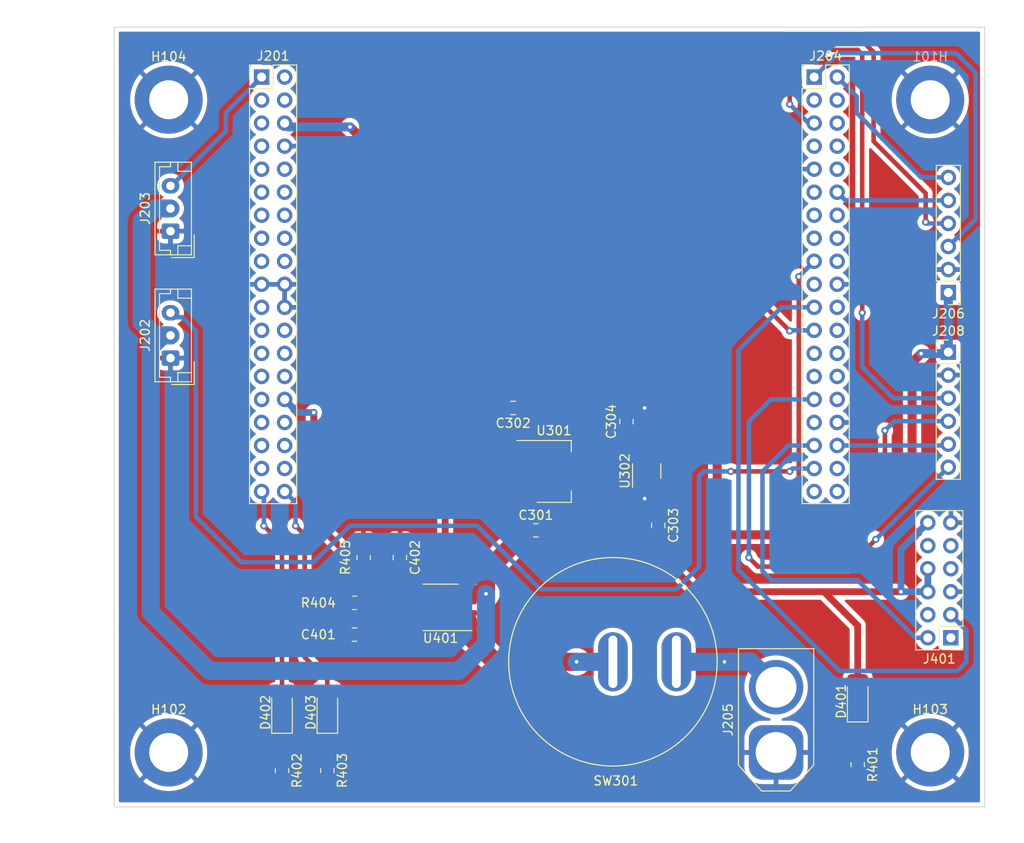
<source format=kicad_pcb>
(kicad_pcb (version 20211014) (generator pcbnew)
  (layers (0 "F.Cu" signal) (31 "B.Cu" signal) (34 "B.Paste" user) (35 "F.Paste" user) (36 "B.SilkS" user "B.Silkscreen") (37 "F.SilkS" user "F.Silkscreen") (38 "B.Mask" user) (39 "F.Mask" user) (44 "Edge.Cuts" user))
  (net 0 "")
  (net 1 "+12V")
  (net 2 "GND")
  (net 3 "+5V")
  (net 4 "+3.3V")
  (net 5 "Net-(C402-Pad2)")
  (net 6 "Net-(D401-Pad1)")
  (net 7 "Net-(D402-Pad1)")
  (net 8 "/CONNECTORS/LED2")
  (net 9 "Net-(D403-Pad1)")
  (net 10 "/CONNECTORS/LED1")
  (net 11 "/CONNECTORS/PA3")
  (net 12 "/CONNECTORS/PC11")
  (net 13 "/CONNECTORS/PC12")
  (net 14 "/CONNECTORS/PD2")
  (net 15 "/CONNECTORS/VDD")
  (net 16 "/CONNECTORS/BOOT0")
  (net 20 "/CONNECTORS/IOREF")
  (net 21 "/CONNECTORS/PA13")
  (net 22 "/CONNECTORS/RESET")
  (net 23 "/CONNECTORS/PA14")
  (net 24 "/CONNECTORS/PA15")
  (net 26 "/CONNECTORS/TOF1_SDA")
  (net 27 "/CONNECTORS/PC13")
  (net 28 "/CONNECTORS/VIN")
  (net 29 "/CONNECTORS/PC14")
  (net 31 "/CONNECTORS/PC15")
  (net 32 "/CONNECTORS/PA0")
  (net 33 "/CONNECTORS/PH0")
  (net 34 "/CONNECTORS/CURRENT_MEASURE")
  (net 35 "/CONNECTORS/PH1")
  (net 36 "/CONNECTORS/PA4")
  (net 37 "/CONNECTORS/VBAT")
  (net 38 "/CONNECTORS/PB0")
  (net 39 "/CONNECTORS/PC2")
  (net 40 "/CONNECTORS/PC1")
  (net 41 "/CONNECTORS/USART_HD_ARM")
  (net 42 "/CONNECTORS/USART_HD_BASE")
  (net 43 "/CONNECTORS/TOF2_SDA")
  (net 44 "/CONNECTORS/TOF2_DATA_READY")
  (net 45 "/CONNECTORS/PB8")
  (net 46 "/CONNECTORS/PC6")
  (net 47 "/CONNECTORS/PC5")
  (net 48 "/CONNECTORS/AVDD")
  (net 49 "/CONNECTORS/U5V")
  (net 51 "/CONNECTORS/PA5")
  (net 52 "/CONNECTORS/PA6")
  (net 53 "/CONNECTORS/PA11")
  (net 54 "/CONNECTORS/PA7")
  (net 55 "/CONNECTORS/PB12")
  (net 56 "/CONNECTORS/TOF1_SCL")
  (net 58 "/CONNECTORS/TOF2_XSHUT")
  (net 59 "/CONNECTORS/Bluetooth_TX")
  (net 60 "/CONNECTORS/PB2")
  (net 61 "/CONNECTORS/TOF2_SCL")
  (net 62 "/CONNECTORS/PB1")
  (net 63 "/CONNECTORS/PB15")
  (net 64 "/CONNECTORS/TOF1_XSHUT")
  (net 65 "/CONNECTORS/TOF1_DATA_READY")
  (net 66 "/CONNECTORS/PB3")
  (net 67 "/CONNECTORS/Bluetooth_RX")
  (net 71 "/CONNECTORS/BATT")
  (net 72 "/CONNECTORS/RTS")
  (net 73 "/CONNECTORS/CTS")
  (net 74 "/CONNECTORS/P1_2")
  (net 75 "/CONNECTORS/BT_3.3V")
  (net 76 "/CONNECTORS/MODE")
  (net 77 "/CONNECTORS/P1_6")
  (net 78 "Net-(R404-Pad1)")
  (net 79 "/ON_BOARD_COMPONENTS/IP+")
  (footprint "Connector_PinHeader_2.54mm:PinHeader_2x19_P2.54mm_Vertical" (layer "F.Cu") (at 179.2 57.5)
    (fp_text reference "J204" (at 1.27 -2.33) (layer "F.SilkS"))
    (fp_text value "Conn_02x19_Odd_Even")
    (pad "1" thru_hole rect locked (at 0 0) (size 1.7 1.7) (drill 1) (layers *.Cu *.Mask) (net 43 "/CONNECTORS/TOF2_SDA"))
    (pad "2" thru_hole oval locked (at 2.54 0) (size 1.7 1.7) (drill 1) (layers *.Cu *.Mask) (net 44 "/CONNECTORS/TOF2_DATA_READY"))
    (pad "3" thru_hole oval locked (at 0 2.54) (size 1.7 1.7) (drill 1) (layers *.Cu *.Mask) (net 45 "/CONNECTORS/PB8"))
    (pad "4" thru_hole oval locked (at 2.54 2.54) (size 1.7 1.7) (drill 1) (layers *.Cu *.Mask) (net 46 "/CONNECTORS/PC6"))
    (pad "5" thru_hole oval locked (at 0 5.08) (size 1.7 1.7) (drill 1) (layers *.Cu *.Mask) (net 26 "/CONNECTORS/TOF1_SDA"))
    (pad "6" thru_hole oval locked (at 2.54 5.08) (size 1.7 1.7) (drill 1) (layers *.Cu *.Mask) (net 47 "/CONNECTORS/PC5"))
    (pad "7" thru_hole oval locked (at 0 7.62) (size 1.7 1.7) (drill 1) (layers *.Cu *.Mask) (net 48 "/CONNECTORS/AVDD"))
    (pad "8" thru_hole oval locked (at 2.54 7.62) (size 1.7 1.7) (drill 1) (layers *.Cu *.Mask) (net 49 "/CONNECTORS/U5V"))
    (pad "9" thru_hole oval locked (at 0 10.16) (size 1.7 1.7) (drill 1) (layers *.Cu *.Mask) (net 2 "GND"))
    (pad "10" thru_hole oval locked (at 2.54 10.16) (size 1.7 1.7) (drill 1) (layers *.Cu *.Mask))
    (pad "11" thru_hole oval locked (at 0 12.7) (size 1.7 1.7) (drill 1) (layers *.Cu *.Mask) (net 51 "/CONNECTORS/PA5"))
    (pad "12" thru_hole oval locked (at 2.54 12.7) (size 1.7 1.7) (drill 1) (layers *.Cu *.Mask) (net 58 "/CONNECTORS/TOF2_XSHUT"))
    (pad "13" thru_hole oval locked (at 0 15.24) (size 1.7 1.7) (drill 1) (layers *.Cu *.Mask) (net 52 "/CONNECTORS/PA6"))
    (pad "14" thru_hole oval locked (at 2.54 15.24) (size 1.7 1.7) (drill 1) (layers *.Cu *.Mask) (net 53 "/CONNECTORS/PA11"))
    (pad "15" thru_hole oval locked (at 0 17.78) (size 1.7 1.7) (drill 1) (layers *.Cu *.Mask) (net 54 "/CONNECTORS/PA7"))
    (pad "16" thru_hole oval locked (at 2.54 17.78) (size 1.7 1.7) (drill 1) (layers *.Cu *.Mask) (net 55 "/CONNECTORS/PB12"))
    (pad "17" thru_hole oval locked (at 0 20.32) (size 1.7 1.7) (drill 1) (layers *.Cu *.Mask) (net 56 "/CONNECTORS/TOF1_SCL"))
    (pad "18" thru_hole oval locked (at 2.54 20.32) (size 1.7 1.7) (drill 1) (layers *.Cu *.Mask))
    (pad "19" thru_hole oval locked (at 0 22.86) (size 1.7 1.7) (drill 1) (layers *.Cu *.Mask))
    (pad "20" thru_hole oval locked (at 2.54 22.86) (size 1.7 1.7) (drill 1) (layers *.Cu *.Mask) (net 2 "GND"))
    (pad "21" thru_hole oval locked (at 0 25.4) (size 1.7 1.7) (drill 1) (layers *.Cu *.Mask) (net 59 "/CONNECTORS/Bluetooth_TX"))
    (pad "22" thru_hole oval locked (at 2.54 25.4) (size 1.7 1.7) (drill 1) (layers *.Cu *.Mask) (net 60 "/CONNECTORS/PB2"))
    (pad "23" thru_hole oval locked (at 0 27.94) (size 1.7 1.7) (drill 1) (layers *.Cu *.Mask) (net 61 "/CONNECTORS/TOF2_SCL"))
    (pad "24" thru_hole oval locked (at 2.54 27.94) (size 1.7 1.7) (drill 1) (layers *.Cu *.Mask) (net 62 "/CONNECTORS/PB1"))
    (pad "25" thru_hole oval locked (at 0 30.48) (size 1.7 1.7) (drill 1) (layers *.Cu *.Mask))
    (pad "26" thru_hole oval locked (at 2.54 30.48) (size 1.7 1.7) (drill 1) (layers *.Cu *.Mask) (net 63 "/CONNECTORS/PB15"))
    (pad "27" thru_hole oval locked (at 0 33.02) (size 1.7 1.7) (drill 1) (layers *.Cu *.Mask))
    (pad "28" thru_hole oval locked (at 2.54 33.02) (size 1.7 1.7) (drill 1) (layers *.Cu *.Mask))
    (pad "29" thru_hole oval locked (at 0 35.56) (size 1.7 1.7) (drill 1) (layers *.Cu *.Mask) (net 65 "/CONNECTORS/TOF1_DATA_READY"))
    (pad "30" thru_hole oval locked (at 2.54 35.56) (size 1.7 1.7) (drill 1) (layers *.Cu *.Mask))
    (pad "31" thru_hole oval locked (at 0 38.1) (size 1.7 1.7) (drill 1) (layers *.Cu *.Mask) (net 66 "/CONNECTORS/PB3"))
    (pad "32" thru_hole oval locked (at 2.54 38.1) (size 1.7 1.7) (drill 1) (layers *.Cu *.Mask) (net 2 "GND"))
    (pad "33" thru_hole oval locked (at 0 40.64) (size 1.7 1.7) (drill 1) (layers *.Cu *.Mask) (net 67 "/CONNECTORS/Bluetooth_RX"))
    (pad "34" thru_hole oval locked (at 2.54 40.64) (size 1.7 1.7) (drill 1) (layers *.Cu *.Mask) (net 64 "/CONNECTORS/TOF1_XSHUT"))
    (pad "35" thru_hole oval locked (at 0 43.18) (size 1.7 1.7) (drill 1) (layers *.Cu *.Mask) (net 41 "/CONNECTORS/USART_HD_ARM"))
    (pad "36" thru_hole oval locked (at 2.54 43.18) (size 1.7 1.7) (drill 1) (layers *.Cu *.Mask))
    (pad "37" thru_hole oval locked (at 0 45.72) (size 1.7 1.7) (drill 1) (layers *.Cu *.Mask) (net 11 "/CONNECTORS/PA3"))
    (pad "38" thru_hole oval locked (at 2.54 45.72) (size 1.7 1.7) (drill 1) (layers *.Cu *.Mask))
  )
  (footprint "Capacitor_SMD:C_0805_2012Metric" (layer "F.Cu") (at 133.5 110.5 -90)
    (fp_text reference "C402" (at 0 -1.68 90) (layer "F.SilkS"))
    (fp_text value "1nF" hide)
    (pad "1" smd roundrect (at -1.425 -0.025 270) (size 1.95 2.05) (layers "F.Cu" "F.Paste" "F.Mask") (net 2 "GND"))
    (pad "2" smd roundrect (at 1.425 -0.05 270) (size 1.95 2.1) (layers "F.Cu" "F.Paste" "F.Mask") (net 5 "Net-(C402-Pad2)"))
  )
  (footprint "Connector_PinHeader_2.54mm:PinHeader_2x06_P2.54mm_Vertical" (layer "F.Cu") (at 194.275 119.35 180)
    (fp_text reference "J401" (at 1.27 -2.33) (layer "F.SilkS"))
    (fp_text value "Conn_02x06_Top_Bottom")
    (pad "1" thru_hole rect (at 0 0 180) (size 1.7 1.7) (drill 1) (layers *.Cu *.Mask) (net 72 "/CONNECTORS/RTS"))
    (pad "2" thru_hole oval (at 2.54 0 180) (size 1.7 1.7) (drill 1) (layers *.Cu *.Mask) (net 67 "/CONNECTORS/Bluetooth_RX"))
    (pad "3" thru_hole oval (at 0 2.54 180) (size 1.7 1.7) (drill 1) (layers *.Cu *.Mask) (net 59 "/CONNECTORS/Bluetooth_TX"))
    (pad "4" thru_hole oval (at 2.54 2.54 180) (size 1.7 1.7) (drill 1) (layers *.Cu *.Mask) (net 73 "/CONNECTORS/CTS"))
    (pad "5" thru_hole oval (at 0 5.08 180) (size 1.7 1.7) (drill 1) (layers *.Cu *.Mask) (net 2 "GND"))
    (pad "6" thru_hole oval (at 2.54 5.08 180) (size 1.7 1.7) (drill 1) (layers *.Cu *.Mask) (net 4 "+3.3V"))
    (pad "7" thru_hole oval (at 0 7.62 180) (size 1.7 1.7) (drill 1) (layers *.Cu *.Mask) (net 74 "/CONNECTORS/P1_2"))
    (pad "8" thru_hole oval (at 2.54 7.62 180) (size 1.7 1.7) (drill 1) (layers *.Cu *.Mask) (net 4 "+3.3V"))
    (pad "9" thru_hole oval (at 0 10.16 180) (size 1.7 1.7) (drill 1) (layers *.Cu *.Mask) (net 76 "/CONNECTORS/MODE"))
    (pad "10" thru_hole oval (at 2.54 10.16 180) (size 1.7 1.7) (drill 1) (layers *.Cu *.Mask) (net 77 "/CONNECTORS/P1_6"))
    (pad "11" thru_hole oval (at 0 12.7 180) (size 1.7 1.7) (drill 1) (layers *.Cu *.Mask) (net 2 "GND"))
    (pad "12" thru_hole oval (at 2.54 12.7 180) (size 1.7 1.7) (drill 1) (layers *.Cu *.Mask) (net 4 "+3.3V"))
  )
  (footprint "Resistor_SMD:R_0805_2012Metric" (layer "F.Cu") (at 120.5 134 -90)
    (fp_text reference "R402" (at 0 -1.65 90) (layer "F.SilkS"))
    (fp_text value "330")
    (pad "1" smd roundrect (at -1.25 0 270) (size 1.7 2) (layers "F.Cu" "F.Paste" "F.Mask") (roundrect_rratio 0.2439017647) (net 7 "Net-(D402-Pad1)"))
    (pad "2" smd roundrect (at 1.275 0 270) (size 1.75 2) (layers "F.Cu" "F.Paste" "F.Mask") (roundrect_rratio 0.2439022857) (net 2 "GND"))
  )
  (footprint "Package_SO:SOIC-8_3.9x4.9mm_P1.27mm" (layer "F.Cu") (at 138 116 180)
    (fp_text reference "U401" (at 0 -3.4) (layer "F.SilkS"))
    (fp_text value "ACS712xLCTR-20A")
    (pad "1" smd roundrect (at -2.75 -1.9025 180) (size 2.5 0.605) (layers "F.Cu" "F.Paste" "F.Mask") (net 79 "/ON_BOARD_COMPONENTS/IP+"))
    (pad "2" smd roundrect (at -2.75 -0.6175 180) (size 2.5 0.635) (layers "F.Cu" "F.Paste" "F.Mask") (net 79 "/ON_BOARD_COMPONENTS/IP+"))
    (pad "3" smd roundrect (at -2.725 0.6425 180) (size 2.45 0.615) (layers "F.Cu" "F.Paste" "F.Mask") (net 1 "+12V"))
    (pad "4" smd roundrect (at -2.75 1.9025 180) (size 2.5 0.595) (layers "F.Cu" "F.Paste" "F.Mask") (net 1 "+12V"))
    (pad "5" smd roundrect (at 2.775 1.9275 180) (size 2.55 0.645) (layers "F.Cu" "F.Paste" "F.Mask") (net 2 "GND"))
    (pad "6" smd roundrect (at 2.8 0.635 180) (size 2.6 0.6) (layers "F.Cu" "F.Paste" "F.Mask") (net 5 "Net-(C402-Pad2)"))
    (pad "7" smd roundrect (at 2.825 -0.6425 180) (size 2.65 0.585) (layers "F.Cu" "F.Paste" "F.Mask") (net 78 "Net-(R404-Pad1)"))
    (pad "8" smd roundrect (at 2.8 -1.9025 180) (size 2.6 0.605) (layers "F.Cu" "F.Paste" "F.Mask") (net 3 "+5V"))
  )
  (footprint "Capacitor_SMD:C_0805_2012Metric" (layer "F.Cu") (at 128.5 119)
    (fp_text reference "C401" (at -4 0) (layer "F.SilkS"))
    (fp_text value "0.1uF" hide)
    (pad "1" smd roundrect (at -1.425 0) (size 1.95 2.1) (layers "F.Cu" "F.Paste" "F.Mask") (net 2 "GND"))
    (pad "2" smd roundrect (at 1.475 0) (size 2.05 2) (layers "F.Cu" "F.Paste" "F.Mask") (net 3 "+5V"))
  )
  (footprint "Connector_JST:JST_EH_B3B-EH-A_1x03_P2.50mm_Vertical" (layer "F.Cu") (at 108.2 74.5 90)
    (fp_text reference "J203" (at 2.5 -2.8 90) (layer "F.SilkS"))
    (fp_text value "Conn_01x03_Female")
    (pad "1" thru_hole roundrect (at 0 0 90) (size 1.7 1.95) (drill 0.95) (layers *.Cu *.Mask) (roundrect_rratio 0.1470588235) (net 2 "GND"))
    (pad "2" thru_hole oval (at 2.5 0 90) (size 1.7 1.95) (drill 0.95) (layers *.Cu *.Mask) (net 1 "+12V"))
    (pad "3" thru_hole oval (at 5 0 90) (size 1.7 1.95) (drill 0.95) (layers *.Cu *.Mask) (net 42 "/CONNECTORS/USART_HD_BASE"))
  )
  (footprint "Connector_PinHeader_2.54mm:PinHeader_1x06_P2.54mm_Vertical" (layer "F.Cu") (at 194 81.27 180)
    (fp_text reference "J206" (at 0 -2.33) (layer "F.SilkS"))
    (fp_text value "JST SENS TOF 2")
    (pad "1" thru_hole rect (at 0 0 180) (size 1.7 1.7) (drill 1) (layers *.Cu *.Mask) (net 3 "+5V"))
    (pad "2" thru_hole oval (at 0 2.54 180) (size 1.7 1.7) (drill 1) (layers *.Cu *.Mask) (net 2 "GND"))
    (pad "3" thru_hole oval (at 0 5.08 180) (size 1.7 1.7) (drill 1) (layers *.Cu *.Mask) (net 43 "/CONNECTORS/TOF2_SDA"))
    (pad "4" thru_hole oval (at 0 7.62 180) (size 1.7 1.7) (drill 1) (layers *.Cu *.Mask) (net 61 "/CONNECTORS/TOF2_SCL"))
    (pad "5" thru_hole oval (at 0 10.16 180) (size 1.7 1.7) (drill 1) (layers *.Cu *.Mask) (net 58 "/CONNECTORS/TOF2_XSHUT"))
    (pad "6" thru_hole oval (at 0 12.7 180) (size 1.7 1.7) (drill 1) (layers *.Cu *.Mask) (net 44 "/CONNECTORS/TOF2_DATA_READY"))
  )
  (footprint "Capacitor_SMD:C_0805_2012Metric" (layer "F.Cu") (at 146 94 180)
    (fp_text reference "C302" (at 0 -1.68) (layer "F.SilkS"))
    (fp_text value "1uF")
    (pad "1" smd roundrect (at -1.3 -0.025 180) (size 1.7 2.05) (layers "F.Cu" "F.Paste" "F.Mask") (net 3 "+5V"))
    (pad "2" smd roundrect (at 1.325 -0.025 180) (size 1.75 2.05) (layers "F.Cu" "F.Paste" "F.Mask") (net 2 "GND"))
  )
  (footprint "Capacitor_SMD:C_0805_2012Metric" (layer "F.Cu") (at 148.5 107.5)
    (fp_text reference "C301" (at 0 -1.68) (layer "F.SilkS"))
    (fp_text value "1uF")
    (pad "1" smd roundrect (at -1.4 -0.025) (size 1.9 2.05) (layers "F.Cu" "F.Paste" "F.Mask") (net 1 "+12V"))
    (pad "2" smd roundrect (at 1.425 0) (size 1.95 2) (layers "F.Cu" "F.Paste" "F.Mask") (net 2 "GND"))
  )
  (footprint "Resistor_SMD:R_0805_2012Metric" (layer "F.Cu") (at 125.5 134 -90)
    (fp_text reference "R403" (at 0 -1.65 90) (layer "F.SilkS"))
    (fp_text value "330")
    (pad "1" smd roundrect (at -1.225 0 270) (size 1.65 2) (layers "F.Cu" "F.Paste" "F.Mask") (roundrect_rratio 0.2439018182) (net 9 "Net-(D403-Pad1)"))
    (pad "2" smd roundrect (at 1.275 0 270) (size 1.75 2) (layers "F.Cu" "F.Paste" "F.Mask") (roundrect_rratio 0.2439022857) (net 2 "GND"))
  )
  (footprint "Package_TO_SOT_SMD:SOT-223-3_TabPin2" (layer "F.Cu") (at 150.5 101)
    (fp_text reference "U301" (at 0 -4.5) (layer "F.SilkS"))
    (fp_text value "MCP1804T")
    (pad "1" smd rect (at -3.675 -2.275) (size 3.05 1.55) (layers "F.Cu" "F.Paste" "F.Mask") (net 3 "+5V"))
    (pad "2" smd rect (at -3.625 -0.025) (size 2.95 1.45) (layers "F.Cu" "F.Paste" "F.Mask") (net 2 "GND"))
    (pad "2" smd rect (at 3.975 -0.05) (size 3.65 3.9) (layers "F.Cu" "F.Paste" "F.Mask") (net 2 "GND"))
    (pad "3" smd rect (at -3.625 2.325) (size 2.95 1.55) (layers "F.Cu" "F.Paste" "F.Mask") (net 1 "+12V"))
  )
  (footprint "Capacitor_SMD:C_0805_2012Metric" (layer "F.Cu") (at 162 106.95 -90)
    (fp_text reference "C303" (at 0 -1.68 90) (layer "F.SilkS"))
    (fp_text value "1uF")
    (pad "1" smd roundrect (at -1.4 -0.025 270) (size 1.9 2.05) (layers "F.Cu" "F.Paste" "F.Mask") (net 3 "+5V"))
    (pad "2" smd roundrect (at 1.425 0 270) (size 1.95 2) (layers "F.Cu" "F.Paste" "F.Mask") (net 2 "GND"))
  )
  (footprint "Connector_PinHeader_2.54mm:PinHeader_1x06_P2.54mm_Vertical" (layer "F.Cu") (at 194 87.84)
    (fp_text reference "J208" (at 0 -2.33) (layer "F.SilkS"))
    (fp_text value "JST SENS TOF 1")
    (pad "1" thru_hole rect (at 0 0) (size 1.7 1.7) (drill 1) (layers *.Cu *.Mask) (net 3 "+5V"))
    (pad "2" thru_hole oval (at 0 2.54) (size 1.7 1.7) (drill 1) (layers *.Cu *.Mask) (net 2 "GND"))
    (pad "3" thru_hole oval (at 0 5.08) (size 1.7 1.7) (drill 1) (layers *.Cu *.Mask) (net 26 "/CONNECTORS/TOF1_SDA"))
    (pad "4" thru_hole oval (at 0 7.62) (size 1.7 1.7) (drill 1) (layers *.Cu *.Mask) (net 56 "/CONNECTORS/TOF1_SCL"))
    (pad "5" thru_hole oval (at 0 10.16) (size 1.7 1.7) (drill 1) (layers *.Cu *.Mask) (net 64 "/CONNECTORS/TOF1_XSHUT"))
    (pad "6" thru_hole oval (at 0 12.7) (size 1.7 1.7) (drill 1) (layers *.Cu *.Mask) (net 65 "/CONNECTORS/TOF1_DATA_READY"))
  )
  (footprint "LED_SMD:LED_1206_3216Metric" (layer "F.Cu") (at 120.5 127.6 90)
    (fp_text reference "D402" (at 0 -1.82 90) (layer "F.SilkS"))
    (fp_text value "RED")
    (pad "1" smd roundrect (at -1.8625 0.025 90) (size 2.175 2.45) (layers "F.Cu" "F.Paste" "F.Mask") (roundrect_rratio 0.2) (net 7 "Net-(D402-Pad1)"))
    (pad "2" smd roundrect (at 1.8125 0 90) (size 2.075 2.3) (layers "F.Cu" "F.Paste" "F.Mask") (roundrect_rratio 0.2) (net 8 "/CONNECTORS/LED2"))
  )
  (footprint "MountingHole:MountingHole_4.3mm_M4_DIN965_Pad" (layer "F.Cu") (at 108 60)
    (fp_text reference "H104" (at 0 -4.75) (layer "F.SilkS"))
    (fp_text value "MountingHole_Pad")
    (pad "1" thru_hole circle (at 0 0) (size 7.5 7.5) (drill 4.3) (layers *.Cu *.Mask) (net 2 "GND"))
  )
  (footprint "Connector_PinHeader_2.54mm:PinHeader_2x19_P2.54mm_Vertical" (layer "F.Cu") (at 118.25 57.5)
    (fp_text reference "J201" (at 1.27 -2.33) (layer "F.SilkS"))
    (fp_text value "Conn_02x19_Odd_Even")
    (pad "1" thru_hole rect locked (at 0 0) (size 1.7 1.7) (drill 1) (layers *.Cu *.Mask) (net 42 "/CONNECTORS/USART_HD_BASE"))
    (pad "2" thru_hole oval locked (at 2.54 0) (size 1.7 1.7) (drill 1) (layers *.Cu *.Mask) (net 12 "/CONNECTORS/PC11"))
    (pad "3" thru_hole oval locked (at 0 2.54) (size 1.7 1.7) (drill 1) (layers *.Cu *.Mask) (net 13 "/CONNECTORS/PC12"))
    (pad "4" thru_hole oval locked (at 2.54 2.54) (size 1.7 1.7) (drill 1) (layers *.Cu *.Mask) (net 14 "/CONNECTORS/PD2"))
    (pad "5" thru_hole oval locked (at 0 5.08) (size 1.7 1.7) (drill 1) (layers *.Cu *.Mask) (net 15 "/CONNECTORS/VDD"))
    (pad "6" thru_hole oval locked (at 2.54 5.08) (size 1.7 1.7) (drill 1) (layers *.Cu *.Mask) (net 3 "+5V"))
    (pad "7" thru_hole oval locked (at 0 7.62) (size 1.7 1.7) (drill 1) (layers *.Cu *.Mask) (net 16 "/CONNECTORS/BOOT0"))
    (pad "8" thru_hole oval locked (at 2.54 7.62) (size 1.7 1.7) (drill 1) (layers *.Cu *.Mask) (net 2 "GND"))
    (pad "9" thru_hole oval locked (at 0 10.16) (size 1.7 1.7) (drill 1) (layers *.Cu *.Mask))
    (pad "10" thru_hole oval locked (at 2.54 10.16) (size 1.7 1.7) (drill 1) (layers *.Cu *.Mask))
    (pad "11" thru_hole oval locked (at 0 12.7) (size 1.7 1.7) (drill 1) (layers *.Cu *.Mask))
    (pad "12" thru_hole oval locked (at 2.54 12.7) (size 1.7 1.7) (drill 1) (layers *.Cu *.Mask) (net 20 "/CONNECTORS/IOREF"))
    (pad "13" thru_hole oval locked (at 0 15.24) (size 1.7 1.7) (drill 1) (layers *.Cu *.Mask) (net 21 "/CONNECTORS/PA13"))
    (pad "14" thru_hole oval locked (at 2.54 15.24) (size 1.7 1.7) (drill 1) (layers *.Cu *.Mask) (net 22 "/CONNECTORS/RESET"))
    (pad "15" thru_hole oval locked (at 0 17.78) (size 1.7 1.7) (drill 1) (layers *.Cu *.Mask) (net 23 "/CONNECTORS/PA14"))
    (pad "16" thru_hole oval locked (at 2.54 17.78) (size 1.7 1.7) (drill 1) (layers *.Cu *.Mask) (net 75 "/CONNECTORS/BT_3.3V"))
    (pad "17" thru_hole oval locked (at 0 20.32) (size 1.7 1.7) (drill 1) (layers *.Cu *.Mask) (net 24 "/CONNECTORS/PA15"))
    (pad "18" thru_hole oval locked (at 2.54 20.32) (size 1.7 1.7) (drill 1) (layers *.Cu *.Mask))
    (pad "19" thru_hole oval locked (at 0 22.86) (size 1.7 1.7) (drill 1) (layers *.Cu *.Mask) (net 2 "GND"))
    (pad "20" thru_hole oval locked (at 2.54 22.86) (size 1.7 1.7) (drill 1) (layers *.Cu *.Mask) (net 2 "GND"))
    (pad "21" thru_hole oval locked (at 0 25.4) (size 1.7 1.7) (drill 1) (layers *.Cu *.Mask))
    (pad "22" thru_hole oval locked (at 2.54 25.4) (size 1.7 1.7) (drill 1) (layers *.Cu *.Mask) (net 2 "GND"))
    (pad "23" thru_hole oval locked (at 0 27.94) (size 1.7 1.7) (drill 1) (layers *.Cu *.Mask) (net 27 "/CONNECTORS/PC13"))
    (pad "24" thru_hole oval locked (at 2.54 27.94) (size 1.7 1.7) (drill 1) (layers *.Cu *.Mask) (net 28 "/CONNECTORS/VIN"))
    (pad "25" thru_hole oval locked (at 0 30.48) (size 1.7 1.7) (drill 1) (layers *.Cu *.Mask) (net 29 "/CONNECTORS/PC14"))
    (pad "26" thru_hole oval locked (at 2.54 30.48) (size 1.7 1.7) (drill 1) (layers *.Cu *.Mask))
    (pad "27" thru_hole oval locked (at 0 33.02) (size 1.7 1.7) (drill 1) (layers *.Cu *.Mask) (net 31 "/CONNECTORS/PC15"))
    (pad "28" thru_hole oval locked (at 2.54 33.02) (size 1.7 1.7) (drill 1) (layers *.Cu *.Mask) (net 32 "/CONNECTORS/PA0"))
    (pad "29" thru_hole oval locked (at 0 35.56) (size 1.7 1.7) (drill 1) (layers *.Cu *.Mask) (net 33 "/CONNECTORS/PH0"))
    (pad "30" thru_hole oval locked (at 2.54 35.56) (size 1.7 1.7) (drill 1) (layers *.Cu *.Mask) (net 34 "/CONNECTORS/CURRENT_MEASURE"))
    (pad "31" thru_hole oval locked (at 0 38.1) (size 1.7 1.7) (drill 1) (layers *.Cu *.Mask) (net 35 "/CONNECTORS/PH1"))
    (pad "32" thru_hole oval locked (at 2.54 38.1) (size 1.7 1.7) (drill 1) (layers *.Cu *.Mask) (net 36 "/CONNECTORS/PA4"))
    (pad "33" thru_hole oval locked (at 0 40.64) (size 1.7 1.7) (drill 1) (layers *.Cu *.Mask) (net 37 "/CONNECTORS/VBAT"))
    (pad "34" thru_hole oval locked (at 2.54 40.64) (size 1.7 1.7) (drill 1) (layers *.Cu *.Mask) (net 38 "/CONNECTORS/PB0"))
    (pad "35" thru_hole oval locked (at 0 43.18) (size 1.7 1.7) (drill 1) (layers *.Cu *.Mask) (net 39 "/CONNECTORS/PC2"))
    (pad "36" thru_hole oval locked (at 2.54 43.18) (size 1.7 1.7) (drill 1) (layers *.Cu *.Mask) (net 40 "/CONNECTORS/PC1"))
    (pad "37" thru_hole oval locked (at 0 45.72) (size 1.7 1.7) (drill 1) (layers *.Cu *.Mask) (net 8 "/CONNECTORS/LED2"))
    (pad "38" thru_hole oval locked (at 2.54 45.72) (size 1.7 1.7) (drill 1) (layers *.Cu *.Mask) (net 10 "/CONNECTORS/LED1"))
  )
  (footprint "MountingHole:MountingHole_4.3mm_M4_DIN965_Pad" (layer "F.Cu") (at 108 132)
    (fp_text reference "H102" (at 0 -4.75) (layer "F.SilkS"))
    (fp_text value "MountingHole_Pad")
    (pad "1" thru_hole circle (at 0 0) (size 7.5 7.5) (drill 4.3) (layers *.Cu *.Mask) (net 2 "GND"))
  )
  (footprint "Resistor_SMD:R_0805_2012Metric" (layer "F.Cu") (at 184 133.35 -90)
    (fp_text reference "R401" (at 0 -1.65 90) (layer "F.SilkS"))
    (fp_text value "330")
    (pad "1" smd roundrect (at -1.35 0 270) (size 1.9 2) (layers "F.Cu" "F.Paste" "F.Mask") (roundrect_rratio 0.2439021053) (net 6 "Net-(D401-Pad1)"))
    (pad "2" smd roundrect (at 1.375 0 270) (size 1.95 2) (layers "F.Cu" "F.Paste" "F.Mask") (roundrect_rratio 0.2439020513) (net 2 "GND"))
  )
  (footprint "Resistor_SMD:R_0805_2012Metric" (layer "F.Cu") (at 129.5 110.5 90)
    (fp_text reference "R405" (at 0 -2 90) (layer "F.SilkS"))
    (fp_text value "19.1k" hide)
    (pad "1" smd roundrect (at -1.4 0 90) (size 2 2) (layers "F.Cu" "F.Paste" "F.Mask") (roundrect_rratio 0.243902) (net 34 "/CONNECTORS/CURRENT_MEASURE"))
    (pad "2" smd roundrect (at 1.4 -0.025 90) (size 2 1.95) (layers "F.Cu" "F.Paste" "F.Mask") (roundrect_rratio 0.2439020513) (net 2 "GND"))
  )
  (footprint "MountingHole:MountingHole_4.3mm_M4_DIN965_Pad" (layer "F.Cu") (at 192 132)
    (fp_text reference "H103" (at 0 -4.75) (layer "F.SilkS"))
    (fp_text value "MountingHole_Pad")
    (pad "1" thru_hole circle (at 0 0) (size 7.5 7.5) (drill 4.3) (layers *.Cu *.Mask) (net 2 "GND"))
  )
  (footprint "LED_SMD:LED_1206_3216Metric" (layer "F.Cu") (at 184 126.35 90)
    (fp_text reference "D401" (at 0 -1.82 90) (layer "F.SilkS"))
    (fp_text value "GREEN")
    (pad "1" smd roundrect (at -1.9875 0 90) (size 2.425 2.4) (layers "F.Cu" "F.Paste" "F.Mask") (roundrect_rratio 0.2) (net 6 "Net-(D401-Pad1)"))
    (pad "2" smd roundrect (at 1.8875 0 90) (size 2.225 2.3) (layers "F.Cu" "F.Paste" "F.Mask") (roundrect_rratio 0.2) (net 4 "+3.3V"))
  )
  (footprint "SWITCH lib:E-SWITCH_RR511D1121" (layer "F.Cu") (at 157 122 180)
    (fp_text reference "SW301" (at -0.325 -13.135) (layer "F.SilkS"))
    (fp_text value "~")
    (pad "1" thru_hole oval locked (at -7 0 180) (size 3.26 6.52) (drill oval 0.98 5.78) (layers *.Cu *.Mask) (net 71 "/CONNECTORS/BATT"))
    (pad "2" thru_hole oval locked (at 0 0 180) (size 3.26 6.52) (drill oval 0.98 5.78) (layers *.Cu *.Mask) (net 79 "/ON_BOARD_COMPONENTS/IP+"))
  )
  (footprint "LED_SMD:LED_1206_3216Metric" (layer "F.Cu") (at 125.5 127.6 90)
    (fp_text reference "D403" (at 0 -1.82 90) (layer "F.SilkS"))
    (fp_text value "RED")
    (pad "1" smd roundrect (at -1.8375 -0.025 90) (size 2.125 2.35) (layers "F.Cu" "F.Paste" "F.Mask") (roundrect_rratio 0.2) (net 9 "Net-(D403-Pad1)"))
    (pad "2" smd roundrect (at 1.8875 0 90) (size 2.225 2.3) (layers "F.Cu" "F.Paste" "F.Mask") (roundrect_rratio 0.2) (net 10 "/CONNECTORS/LED1"))
  )
  (footprint "Capacitor_SMD:C_0805_2012Metric" (layer "F.Cu") (at 158.5 95.5 90)
    (fp_text reference "C304" (at 0 -1.68 90) (layer "F.SilkS"))
    (fp_text value "1uF")
    (pad "1" smd roundrect (at -1.3 0.025 90) (size 1.7 2.05) (layers "F.Cu" "F.Paste" "F.Mask") (net 4 "+3.3V"))
    (pad "2" smd roundrect (at 1.375 -0.025 90) (size 1.85 2.05) (layers "F.Cu" "F.Paste" "F.Mask") (net 2 "GND"))
  )
  (footprint "Connector_AMASS:AMASS_XT60-M_1x02_P7.20mm_Vertical" (layer "F.Cu") (at 175 132 90)
    (fp_text reference "J205" (at 3.6 -5.3 90) (layer "F.SilkS"))
    (fp_text value "JST BATTERY")
    (pad "1" thru_hole roundrect (at 0 0 90) (size 6 6) (drill 4.5) (layers *.Cu *.Mask) (net 2 "GND"))
    (pad "2" thru_hole circle (at 7.2 0 90) (size 6 6) (drill 4.5) (layers *.Cu *.Mask) (net 71 "/CONNECTORS/BATT"))
  )
  (footprint "Connector_JST:JST_EH_B3B-EH-A_1x03_P2.50mm_Vertical" (layer "F.Cu") (at 108.2 88.5 90)
    (fp_text reference "J202" (at 2.5 -2.8 90) (layer "F.SilkS"))
    (fp_text value "Conn_01x03_Female")
    (pad "1" thru_hole roundrect (at 0 0 90) (size 1.7 1.95) (drill 0.95) (layers *.Cu *.Mask) (roundrect_rratio 0.1470588235) (net 2 "GND"))
    (pad "2" thru_hole oval (at 2.5 0 90) (size 1.7 1.95) (drill 0.95) (layers *.Cu *.Mask) (net 1 "+12V"))
    (pad "3" thru_hole oval (at 5 0 90) (size 1.7 1.95) (drill 0.95) (layers *.Cu *.Mask) (net 41 "/CONNECTORS/USART_HD_ARM"))
  )
  (footprint "Resistor_SMD:R_0805_2012Metric" (layer "F.Cu") (at 128.5 115.5 180)
    (fp_text reference "R404" (at 4 0) (layer "F.SilkS"))
    (fp_text value "10k" hide)
    (pad "1" smd roundrect (at -1.425 0 180) (size 2.05 1.9) (layers "F.Cu" "F.Paste" "F.Mask") (roundrect_rratio 0.2439021053) (net 78 "Net-(R404-Pad1)"))
    (pad "2" smd roundrect (at 1.4 0.025 180) (size 2 1.95) (layers "F.Cu" "F.Paste" "F.Mask") (roundrect_rratio 0.2439020513) (net 34 "/CONNECTORS/CURRENT_MEASURE"))
  )
  (footprint "Package_TO_SOT_SMD:SOT-23-5" (layer "F.Cu") (at 160.725 100.95 90)
    (fp_text reference "U302" (at 0 -2.4 90) (layer "F.SilkS"))
    (fp_text value "MIC5317")
    (pad "1" smd roundrect (at -1.4625 -0.95 90) (size 1.975 0.6) (layers "F.Cu" "F.Paste" "F.Mask") (net 3 "+5V"))
    (pad "2" smd roundrect (at -1.4625 0 90) (size 1.975 0.6) (layers "F.Cu" "F.Paste" "F.Mask") (net 2 "GND"))
    (pad "3" smd roundrect (at -1.4375 0.925 90) (size 1.925 0.65) (layers "F.Cu" "F.Paste" "F.Mask") (net 3 "+5V"))
    (pad "4" smd roundrect (at 1.4125 0.95 90) (size 1.875 0.6) (layers "F.Cu" "F.Paste" "F.Mask"))
    (pad "5" smd roundrect (at 1.4125 -0.95 90) (size 1.875 0.6) (layers "F.Cu" "F.Paste" "F.Mask") (net 4 "+3.3V"))
  )
  (footprint "MountingHole:MountingHole_4.3mm_M4_DIN965_Pad" (layer "B.Cu") (at 192 60 180)
    (fp_text reference "H101" (at 0 4.75) (layer "B.SilkS") (effects (justify mirror)))
    (fp_text value "MountingHole_Pad")
    (pad "1" thru_hole circle (at 0 0 180) (size 7.5 7.5) (drill 4.3) (layers *.Cu *.Mask) (net 2 "GND"))
  )
  (gr_line (start 198 52) (end 198 138) (layer "Edge.Cuts") (width 0.1))
  (gr_line (start 102 52) (end 198 52) (layer "Edge.Cuts") (width 0.1))
  (gr_line (start 198 138) (end 197 138) (layer "Edge.Cuts") (width 0.1))
  (gr_line (start 102 52) (end 102 138) (layer "Edge.Cuts") (width 0.1))
  (gr_line (start 102 138) (end 197 138) (layer "Edge.Cuts") (width 0.1))
  (segment (start 147.55 107.5) (end 147.55 103.5) (width 2) (layer "F.Cu") (net 1))
  (segment (start 143 112.05) (end 147.55 107.5) (width 2) (layer "F.Cu") (net 1))
  (segment (start 143 114.5) (end 143 112.05) (width 2) (layer "F.Cu") (net 1))
  (segment (start 143 114.5) (end 140.5 114.5) (width 2) (layer "F.Cu") (net 1))
  (segment (start 147.55 103.5) (end 147.35 103.3) (width 2) (layer "F.Cu") (net 1))
  (via (at 143 114.5) (size 0.8) (drill 0.4) (layers "F.Cu" "B.Cu") (net 1))
  (segment (start 112.5 123) (end 140 123) (width 2) (layer "B.Cu") (net 1))
  (segment (start 105 84.5) (end 106.5 86) (width 2) (layer "B.Cu") (net 1))
  (segment (start 105 73.409998) (end 105 84.5) (width 2) (layer "B.Cu") (net 1))
  (segment (start 106.5 86) (end 108.2 86) (width 2) (layer "B.Cu") (net 1))
  (segment (start 106.025 87.29939) (end 106.025 116.525) (width 2) (layer "B.Cu") (net 1))
  (segment (start 108.2 86) (end 107.32439 86) (width 2) (layer "B.Cu") (net 1))
  (segment (start 140 123) (end 143 120) (width 2) (layer "B.Cu") (net 1))
  (segment (start 108.2 72) (end 106.409998 72) (width 2) (layer "B.Cu") (net 1))
  (segment (start 106.409998 72) (end 105 73.409998) (width 2) (layer "B.Cu") (net 1))
  (segment (start 106.025 116.525) (end 112.5 123) (width 2) (layer "B.Cu") (net 1))
  (segment (start 107.32439 86) (end 106.025 87.29939) (width 2) (layer "B.Cu") (net 1))
  (segment (start 143 120) (end 143 114.5) (width 2) (layer "B.Cu") (net 1))
  (segment (start 158.6 94) (end 158.475 94.125) (width 0.75) (layer "F.Cu") (net 2))
  (segment (start 160.725 102.0875) (end 160.725 103.775) (width 0.5) (layer "F.Cu") (net 2))
  (segment (start 160.5 94) (end 158.6 94) (width 0.75) (layer "F.Cu") (net 2))
  (segment (start 160.725 103.775) (end 160.5 104) (width 0.5) (layer "F.Cu") (net 2))
  (via (at 160.5 94) (size 0.8) (drill 0.4) (layers "F.Cu" "B.Cu") (net 2))
  (via (at 160.5 104) (size 0.8) (drill 0.4) (layers "F.Cu" "B.Cu") (net 2))
  (segment (start 168.5 107.5) (end 168.5 98) (width 1) (layer "F.Cu") (net 3))
  (segment (start 147.35 98.7) (end 147.35 95.05) (width 1) (layer "F.Cu") (net 3))
  (segment (start 184 108) (end 169 108) (width 1) (layer "F.Cu") (net 3))
  (segment (start 161.675 104.4) (end 161.675 105.625) (width 0.75) (layer "F.Cu") (net 3))
  (segment (start 138.5 105.5) (end 145.3 98.7) (width 0.75) (layer "F.Cu") (net 3))
  (segment (start 157.5 100.1375) (end 157.5 99.05) (width 0.75) (layer "F.Cu") (net 3))
  (segment (start 147.35 95.05) (end 147.4 95) (width 1) (layer "F.Cu") (net 3))
  (segment (start 169 108) (end 168.5 107.5) (width 1) (layer "F.Cu") (net 3))
  (segment (start 147.5 95) (end 147.331497 95) (width 1) (layer "F.Cu") (net 3))
  (segment (start 157.5 99.05) (end 156.45 98) (width 0.75) (layer "F.Cu") (net 3))
  (segment (start 190 102) (end 184 108) (width 1) (layer "F.Cu") (net 3))
  (segment (start 147.4 82.4) (end 128 63) (width 1) (layer "F.Cu") (net 3))
  (segment (start 190 89) (end 190 102) (width 1) (layer "F.Cu") (net 3))
  (segment (start 147.4 95) (end 147.4 82.4) (width 1) (layer "F.Cu") (net 3))
  (segment (start 161 106) (end 162 106) (width 0.75) (layer "F.Cu") (net 3))
  (segment (start 147.35 95.15) (end 147.5 95) (width 1) (layer "F.Cu") (net 3))
  (segment (start 137.595 117.905) (end 138.5 117) (width 0.75) (layer "F.Cu") (net 3))
  (segment (start 161.675 102.0875) (end 161.675 104.4) (width 0.75) (layer "F.Cu") (net 3))
  (segment (start 147.35 98.7) (end 147.65 98.4) (width 1) (layer "F.Cu") (net 3))
  (segment (start 191 88) (end 190 89) (width 1) (layer "F.Cu") (net 3))
  (segment (start 159.525 102.3375) (end 159.525 104.525) (width 0.75) (layer "F.Cu") (net 3))
  (segment (start 150.8 98) (end 150.4 98.4) (width 0.75) (layer "F.Cu") (net 3))
  (segment (start 145.3 98.7) (end 147.35 98.7) (width 0.75) (layer "F.Cu") (net 3))
  (segment (start 131.07 117.905) (end 137.595 117.905) (width 0.75) (layer "F.Cu") (net 3))
  (segment (start 156.45 98) (end 150.8 98) (width 0.75) (layer "F.Cu") (net 3))
  (segment (start 161.675 105.625) (end 162.05 106) (width 0.75) (layer "F.Cu") (net 3))
  (segment (start 129.975 119) (end 131.07 117.905) (width 0.75) (layer "F.Cu") (net 3))
  (segment (start 159.525 104.525) (end 161 106) (width 0.75) (layer "F.Cu") (net 3))
  (segment (start 147.65 98.4) (end 150.4 98.4) (width 1) (layer "F.Cu") (net 3))
  (segment (start 138.5 117) (end 138.5 105.5) (width 0.75) (layer "F.Cu") (net 3))
  (segment (start 159.775 102.4125) (end 157.5 100.1375) (width 0.75) (layer "F.Cu") (net 3))
  (segment (start 157.3 91.5) (end 150.4 98.4) (width 1) (layer "F.Cu") (net 3))
  (segment (start 162 91.5) (end 157.3 91.5) (width 1) (layer "F.Cu") (net 3))
  (segment (start 168.5 98) (end 162 91.5) (width 1) (layer "F.Cu") (net 3))
  (via (at 128 63) (size 0.8) (drill 0.4) (layers "F.Cu" "B.Cu") (net 3))
  (via (at 191 88) (size 0.8) (drill 0.4) (layers "F.Cu" "B.Cu") (net 3))
  (segment (start 191 88) (end 193.84 88) (width 1) (layer "B.Cu") (net 3))
  (segment (start 121.21 63) (end 128 63) (width 1) (layer "B.Cu") (net 3))
  (segment (start 120.79 62.58) (end 121.21 63) (width 1) (layer "B.Cu") (net 3))
  (segment (start 194 87.84) (end 194 81.27) (width 1) (layer "B.Cu") (net 3))
  (segment (start 193.84 88) (end 194 87.84) (width 1) (layer "B.Cu") (net 3))
  (segment (start 162 97) (end 160.5 97) (width 0.75) (layer "F.Cu") (net 4))
  (segment (start 160.5 97) (end 159.775 97.725) (width 0.75) (layer "F.Cu") (net 4))
  (segment (start 166.27 114.27) (end 177.891141 114.27) (width 0.75) (layer "F.Cu") (net 4))
  (segment (start 159.775 97.725) (end 159.775 99.5375) (width 0.75) (layer "F.Cu") (net 4))
  (segment (start 177.891141 114.27) (end 180.27 114.27) (width 0.75) (layer "F.Cu") (net 4))
  (segment (start 164 99) (end 162 97) (width 0.75) (layer "F.Cu") (net 4))
  (segment (start 159 96.95) (end 159.775 97.725) (width 0.75) (layer "F.Cu") (net 4))
  (segment (start 184 118) (end 180.27 114.27) (width 0.75) (layer "F.Cu") (net 4))
  (segment (start 180.27 114.27) (end 188.77 114.27) (width 0.75) (layer "F.Cu") (net 4))
  (segment (start 164 112) (end 166.27 114.27) (width 0.75) (layer "F.Cu") (net 4))
  (segment (start 184 124.4625) (end 184 118) (width 0.75) (layer "F.Cu") (net 4))
  (segment (start 164 99) (end 164 112) (width 0.75) (layer "F.Cu") (net 4))
  (via (at 188.77 114.27) (size 0.8) (drill 0.4) (layers "F.Cu" "B.Cu") (net 4))
  (segment (start 188.77 109.615) (end 191.735 106.65) (width 0.75) (layer "B.Cu") (net 4))
  (segment (start 188.77 114.27) (end 191.735 114.27) (width 0.75) (layer "B.Cu") (net 4))
  (segment (start 191.735 114.27) (end 191.735 111.73) (width 0.75) (layer "B.Cu") (net 4))
  (segment (start 188.77 114.27) (end 188.77 109.615) (width 0.75) (layer "B.Cu") (net 4))
  (segment (start 132 113.475) (end 133.55 111.925) (width 0.75) (layer "F.Cu") (net 5))
  (segment (start 133.365 115.365) (end 132 114) (width 0.75) (layer "F.Cu") (net 5))
  (segment (start 132 114) (end 132 113.475) (width 0.75) (layer "F.Cu") (net 5))
  (segment (start 135.525 115.365) (end 133.365 115.365) (width 0.75) (layer "F.Cu") (net 5))
  (segment (start 184 128.3375) (end 184 132) (width 0.75) (layer "F.Cu") (net 6))
  (segment (start 120.5 129) (end 120.5 132.75) (width 0.75) (layer "F.Cu") (net 7))
  (segment (start 120.5 126.2) (end 120.5 109) (width 0.5) (layer "F.Cu") (net 8))
  (segment (start 120.5 109) (end 118.5 107) (width 0.5) (layer "F.Cu") (net 8))
  (via (at 118.5 107) (size 0.8) (drill 0.4) (layers "F.Cu" "B.Cu") (net 8))
  (segment (start 118.5 103.47) (end 118.25 103.22) (width 0.5) (layer "B.Cu") (net 8))
  (segment (start 118.5 107) (end 118.5 103.47) (width 0.5) (layer "B.Cu") (net 8))
  (segment (start 125.5 129) (end 125.5 132.775) (width 0.75) (layer "F.Cu") (net 9))
  (segment (start 125.5 124) (end 123 121.5) (width 0.5) (layer "F.Cu") (net 10))
  (segment (start 123 121.5) (end 123 108) (width 0.5) (layer "F.Cu") (net 10))
  (segment (start 123 108) (end 122 107) (width 0.5) (layer "F.Cu") (net 10))
  (segment (start 125.5 126.2) (end 125.5 124) (width 0.5) (layer "F.Cu") (net 10))
  (via (at 122 107) (size 0.8) (drill 0.4) (layers "F.Cu" "B.Cu") (net 10))
  (segment (start 122 104.43) (end 120.79 103.22) (width 0.5) (layer "B.Cu") (net 10))
  (segment (start 122 107) (end 122 104.43) (width 0.5) (layer "B.Cu") (net 10))
  (segment (start 184 54.5) (end 184.5 55) (width 0.5) (layer "F.Cu") (net 26))
  (segment (start 176.5 56) (end 178 54.5) (width 0.5) (layer "F.Cu") (net 26))
  (segment (start 178 54.5) (end 184 54.5) (width 0.5) (layer "F.Cu") (net 26))
  (segment (start 176.5 60.5) (end 176.5 56) (width 0.5) (layer "F.Cu") (net 26))
  (segment (start 184.5 55) (end 184.5 83.5) (width 0.5) (layer "F.Cu") (net 26))
  (via (at 176.5 60.5) (size 0.8) (drill 0.4) (layers "F.Cu" "B.Cu") (net 26))
  (via (at 184.5 83.5) (size 0.8) (drill 0.4) (layers "F.Cu" "B.Cu") (net 26))
  (segment (start 187.92 92.92) (end 194 92.92) (width 0.5) (layer "B.Cu") (net 26))
  (segment (start 178.58 62.58) (end 176.5 60.5) (width 0.5) (layer "B.Cu") (net 26))
  (segment (start 179.2 62.58) (end 178.58 62.58) (width 0.5) (layer "B.Cu") (net 26))
  (segment (start 184.5 89.5) (end 187.92 92.92) (width 0.5) (layer "B.Cu") (net 26))
  (segment (start 184.5 83.5) (end 184.5 89.5) (width 0.5) (layer "B.Cu") (net 26))
  (segment (start 124 106.4) (end 129.5 111.9) (width 0.75) (layer "F.Cu") (net 34))
  (segment (start 124 94.5) (end 124 106.4) (width 0.75) (layer "F.Cu") (net 34))
  (segment (start 127.1 114.3) (end 129.5 111.9) (width 0.75) (layer "F.Cu") (net 34))
  (segment (start 127.1 114.3) (end 127.1 115.475) (width 0.75) (layer "F.Cu") (net 34))
  (via (at 124 94.5) (size 0.8) (drill 0.4) (layers "F.Cu" "B.Cu") (net 34))
  (segment (start 122.23 94.5) (end 120.79 93.06) (width 0.75) (layer "B.Cu") (net 34))
  (segment (start 124 94.5) (end 122.23 94.5) (width 0.75) (layer "B.Cu") (net 34))
  (segment (start 176.5 101) (end 170 101) (width 0.5) (layer "F.Cu") (net 41))
  (via (at 170 101) (size 0.8) (drill 0.4) (layers "F.Cu" "B.Cu") (net 41))
  (via (at 176.5 101) (size 0.8) (drill 0.4) (layers "F.Cu" "B.Cu") (net 41))
  (segment (start 179.2 100.68) (end 176.82 100.68) (width 0.5) (layer "B.Cu") (net 41))
  (segment (start 124 111) (end 116 111) (width 0.5) (layer "B.Cu") (net 41))
  (segment (start 108.7 84) (end 108.2 83.5) (width 0.5) (layer "B.Cu") (net 41))
  (segment (start 142 107) (end 128 107) (width 0.5) (layer "B.Cu") (net 41))
  (segment (start 116 111) (end 111 106) (width 0.5) (layer "B.Cu") (net 41))
  (segment (start 111 85.5) (end 109.5 84) (width 0.5) (layer "B.Cu") (net 41))
  (segment (start 164 114) (end 149 114) (width 0.5) (layer "B.Cu") (net 41))
  (segment (start 176.82 100.68) (end 176.5 101) (width 0.5) (layer "B.Cu") (net 41))
  (segment (start 149 114) (end 142 107) (width 0.5) (layer "B.Cu") (net 41))
  (segment (start 109.5 84) (end 108.7 84) (width 0.5) (layer "B.Cu") (net 41))
  (segment (start 111 106) (end 111 85.5) (width 0.5) (layer "B.Cu") (net 41))
  (segment (start 128 107) (end 124 111) (width 0.5) (layer "B.Cu") (net 41))
  (segment (start 166.5 111.5) (end 164 114) (width 0.5) (layer "B.Cu") (net 41))
  (segment (start 167 101) (end 166.5 101.5) (width 0.5) (layer "B.Cu") (net 41))
  (segment (start 166.5 101.5) (end 166.5 111.5) (width 0.5) (layer "B.Cu") (net 41))
  (segment (start 170 101) (end 167 101) (width 0.5) (layer "B.Cu") (net 41))
  (segment (start 108.2 69.5) (end 108.3 69.5) (width 0.5) (layer "B.Cu") (net 42))
  (segment (start 114.3 63.5) (end 114.3 61.45) (width 0.5) (layer "B.Cu") (net 42))
  (segment (start 108.3 69.5) (end 114.3 63.5) (width 0.5) (layer "B.Cu") (net 42))
  (segment (start 114.3 61.45) (end 118.25 57.5) (width 0.5) (layer "B.Cu") (net 42))
  (segment (start 194.864 54.864) (end 197 57) (width 0.5) (layer "B.Cu") (net 43))
  (segment (start 181.836 54.864) (end 194.864 54.864) (width 0.5) (layer "B.Cu") (net 43))
  (segment (start 179.2 57.5) (end 181.836 54.864) (width 0.5) (layer "B.Cu") (net 43))
  (segment (start 197 57) (end 197 73.19) (width 0.5) (layer "B.Cu") (net 43))
  (segment (start 197 73.19) (end 194 76.19) (width 0.5) (layer "B.Cu") (net 43))
  (segment (start 183.896 59.656) (end 183.896 61.468) (width 0.5) (layer "B.Cu") (net 44))
  (segment (start 190.998 68.57) (end 194 68.57) (width 0.5) (layer "B.Cu") (net 44))
  (segment (start 181.74 57.5) (end 183.896 59.656) (width 0.5) (layer "B.Cu") (net 44))
  (segment (start 183.896 61.468) (end 190.998 68.57) (width 0.5) (layer "B.Cu") (net 44))
  (segment (start 178.5 106.5) (end 182.25 106.5) (width 0.5) (layer "F.Cu") (net 56))
  (segment (start 187 101.75) (end 187 96.5) (width 0.5) (layer "F.Cu") (net 56))
  (segment (start 177.5 105.5) (end 178.5 106.5) (width 0.5) (layer "F.Cu") (net 56))
  (segment (start 182.25 106.5) (end 187 101.75) (width 0.5) (layer "F.Cu") (net 56))
  (segment (start 177.5 79.52) (end 177.5 105.5) (width 0.5) (layer "F.Cu") (net 56))
  (via (at 177.5 79.52) (size 0.8) (drill 0.4) (layers "F.Cu" "B.Cu") (net 56))
  (via (at 187 96.5) (size 0.8) (drill 0.4) (layers "F.Cu" "B.Cu") (net 56))
  (segment (start 179.2 77.82) (end 177.5 79.52) (width 0.5) (layer "B.Cu") (net 56))
  (segment (start 188.04 95.46) (end 194 95.46) (width 0.5) (layer "B.Cu") (net 56))
  (segment (start 187 96.5) (end 188.04 95.46) (width 0.5) (layer "B.Cu") (net 56))
  (segment (start 182.65 71.11) (end 181.74 70.2) (width 0.5) (layer "B.Cu") (net 58))
  (segment (start 194 71.11) (end 182.65 71.11) (width 0.5) (layer "B.Cu") (net 58))
  (segment (start 195 123) (end 182 123) (width 0.5) (layer "B.Cu") (net 59))
  (segment (start 175.6 82.9) (end 179.2 82.9) (width 0.5) (layer "B.Cu") (net 59))
  (segment (start 194.275 116.81) (end 196 118.535) (width 0.5) (layer "B.Cu") (net 59))
  (segment (start 182 123) (end 170.85 111.85) (width 0.5) (layer "B.Cu") (net 59))
  (segment (start 196 122) (end 195 123) (width 0.5) (layer "B.Cu") (net 59))
  (segment (start 170.85 111.85) (end 170.85 87.65) (width 0.5) (layer "B.Cu") (net 59))
  (segment (start 196 118.535) (end 196 122) (width 0.5) (layer "B.Cu") (net 59))
  (segment (start 170.85 87.65) (end 175.6 82.9) (width 0.5) (layer "B.Cu") (net 59))
  (segment (start 191.5 70.325) (end 185.756266 64.581266) (width 0.5) (layer "F.Cu") (net 61))
  (segment (start 176 53.5) (end 174 55.5) (width 0.5) (layer "F.Cu") (net 61))
  (segment (start 174 55.5) (end 174 83) (width 0.5) (layer "F.Cu") (net 61))
  (segment (start 174 83) (end 176.5 85.5) (width 0.5) (layer "F.Cu") (net 61))
  (segment (start 185.756266 54.756266) (end 184.5 53.5) (width 0.5) (layer "F.Cu") (net 61))
  (segment (start 184.5 53.5) (end 176 53.5) (width 0.5) (layer "F.Cu") (net 61))
  (segment (start 185.756266 64.581266) (end 185.756266 54.756266) (width 0.5) (layer "F.Cu") (net 61))
  (segment (start 191.5 73.5) (end 191.5 70.325) (width 0.5) (layer "F.Cu") (net 61))
  (via (at 176.5 85.5) (size 0.8) (drill 0.4) (layers "F.Cu" "B.Cu") (net 61))
  (via (at 191.5 73.5) (size 0.8) (drill 0.4) (layers "F.Cu" "B.Cu") (net 61))
  (segment (start 176.56 85.44) (end 179.2 85.44) (width 0.5) (layer "B.Cu") (net 61))
  (segment (start 176.5 85.5) (end 176.56 85.44) (width 0.5) (layer "B.Cu") (net 61))
  (segment (start 191.65 73.65) (end 194 73.65) (width 0.5) (layer "B.Cu") (net 61))
  (segment (start 191.5 73.5) (end 191.65 73.65) (width 0.5) (layer "B.Cu") (net 61))
  (segment (start 193.86 98.14) (end 194 98) (width 0.5) (layer "B.Cu") (net 64))
  (segment (start 181.74 98.14) (end 193.86 98.14) (width 0.5) (layer "B.Cu") (net 64))
  (segment (start 173 111.5) (end 183 111.5) (width 0.5) (layer "F.Cu") (net 65))
  (segment (start 183 111.5) (end 186 108.5) (width 0.5) (layer "F.Cu") (net 65))
  (segment (start 172 110.5) (end 173 111.5) (width 0.5) (layer "F.Cu") (net 65))
  (via (at 186 108.5) (size 0.8) (drill 0.4) (layers "F.Cu" "B.Cu") (net 65))
  (via (at 172 110.5) (size 0.8) (drill 0.4) (layers "F.Cu" "B.Cu") (net 65))
  (segment (start 172 95.5) (end 174.44 93.06) (width 0.5) (layer "B.Cu") (net 65))
  (segment (start 174.44 93.06) (end 179.2 93.06) (width 0.5) (layer "B.Cu") (net 65))
  (segment (start 189 105.54) (end 194 100.54) (width 0.5) (layer "B.Cu") (net 65))
  (segment (start 186 108.5) (end 188.96 105.54) (width 0.5) (layer "B.Cu") (net 65))
  (segment (start 188.96 105.54) (end 189 105.54) (width 0.5) (layer "B.Cu") (net 65))
  (segment (start 172 110.5) (end 172 95.5) (width 0.5) (layer "B.Cu") (net 65))
  (segment (start 173.5 112) (end 174.5 113) (width 0.5) (layer "B.Cu") (net 67))
  (segment (start 176.36 98.14) (end 173.5 101) (width 0.5) (layer "B.Cu") (net 67))
  (segment (start 173.5 101) (end 173.5 112) (width 0.5) (layer "B.Cu") (net 67))
  (segment (start 184 113) (end 190.35 119.35) (width 0.5) (layer "B.Cu") (net 67))
  (segment (start 179.2 98.14) (end 176.36 98.14) (width 0.5) (layer "B.Cu") (net 67))
  (segment (start 190.35 119.35) (end 191.735 119.35) (width 0.5) (layer "B.Cu") (net 67))
  (segment (start 174.5 113) (end 184 113) (width 0.5) (layer "B.Cu") (net 67))
  (segment (start 164 122) (end 169.725 122) (width 2) (layer "B.Cu") (net 71))
  (segment (start 169.725 122) (end 169.75 121.975) (width 2) (layer "B.Cu") (net 71))
  (segment (start 169.75 121.975) (end 172.175 121.975) (width 2) (layer "B.Cu") (net 71))
  (segment (start 172.175 121.975) (end 175 124.8) (width 2) (layer "B.Cu") (net 71))
  (segment (start 131.06 116.635) (end 129.925 115.5) (width 0.75) (layer "F.Cu") (net 78))
  (segment (start 135.525 116.635) (end 131.06 116.635) (width 0.75) (layer "F.Cu") (net 78))
  (segment (start 153 122) (end 144 122) (width 2) (layer "F.Cu") (net 79))
  (segment (start 141 119) (end 141 117.5) (width 2) (layer "F.Cu") (net 79))
  (segment (start 140.475 117.905) (end 141.405 117.905) (width 0.5) (layer "F.Cu") (net 79))
  (segment (start 144 122) (end 141 119) (width 2) (layer "F.Cu") (net 79))
  (segment (start 141 117.5) (end 140.5 117) (width 2) (layer "F.Cu") (net 79))
  (via (at 153 122) (size 0.8) (drill 0.4) (layers "F.Cu" "B.Cu") (net 79))
  (segment (start 157 122) (end 153 122) (width 2) (layer "B.Cu") (net 79))
  (zone (net 2) (net_name "GND") (layer "F.Cu") (connect_pads (clearance 0.508)) (min_thickness 0.254) (fill yes (thermal_gap 0.508) (thermal_bridge_width 0.508))
    (polygon (pts (xy 199 140) (xy 100 140) (xy 100 51) (xy 199 51)))
  )
  (zone (net 2) (net_name "GND") (layer "B.Cu") (connect_pads (clearance 0.508)) (min_thickness 0.254) (fill yes (thermal_gap 0.508) (thermal_bridge_width 0.508))
    (polygon (pts (xy 201 142) (xy 98 142) (xy 98 49) (xy 201 49)))
  )
)
</source>
